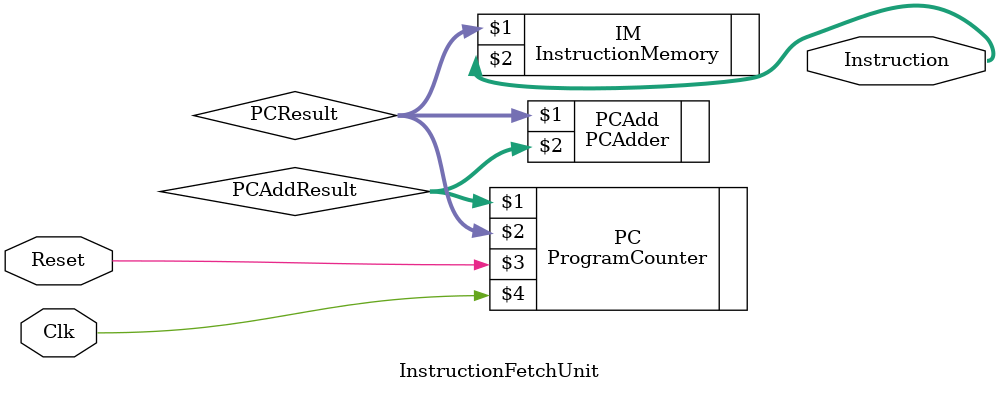
<source format=v>
`timescale 1ns / 1ps


module InstructionFetchUnit(Instruction, Reset, Clk);

    input Reset, Clk;
    output [31:0] Instruction;
    
    wire [31:0] PCResult, PCAddResult;
    
    //module ProgramCounter(Address, PCResult, Reset, Clk);
    ProgramCounter PC(PCAddResult, PCResult, Reset, Clk);
    
    //module PCAdder(PCResult, PCAddResult);
    PCAdder PCAdd(PCResult, PCAddResult);
    
    //module InstructionMemory(Address, Instruction);
    InstructionMemory IM(PCResult, Instruction);

endmodule


</source>
